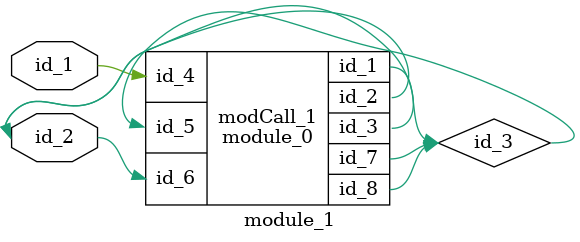
<source format=v>
module module_0 (
    id_1,
    id_2,
    id_3,
    id_4,
    id_5,
    id_6,
    id_7,
    id_8
);
  output wire id_8;
  inout wire id_7;
  input wire id_6;
  input wire id_5;
  input wire id_4;
  inout wire id_3;
  output wire id_2;
  output wire id_1;
  assign id_1 = id_7;
  assign id_8 = 1;
  int id_9 (
      id_4,
      id_6
  );
  wire id_10, id_11, id_12;
endmodule
module module_1 (
    id_1,
    id_2
);
  inout wire id_2;
  input wire id_1;
  wire id_3;
  module_0 modCall_1 (
      id_3,
      id_2,
      id_2,
      id_1,
      id_3,
      id_2,
      id_3,
      id_3
  );
  wire id_5;
  integer id_6;
endmodule

</source>
